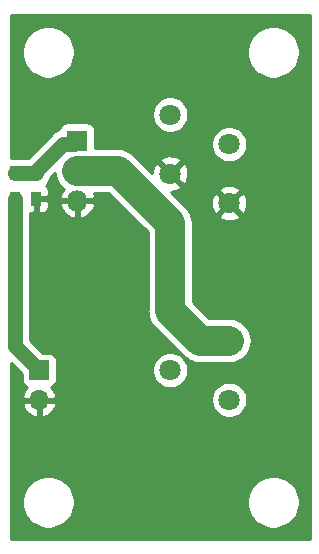
<source format=gbr>
G04 #@! TF.GenerationSoftware,KiCad,Pcbnew,(5.1.4)-1*
G04 #@! TF.CreationDate,2019-12-31T17:22:25-06:00*
G04 #@! TF.ProjectId,cutdown_power,63757464-6f77-46e5-9f70-6f7765722e6b,rev?*
G04 #@! TF.SameCoordinates,Original*
G04 #@! TF.FileFunction,Copper,L1,Top*
G04 #@! TF.FilePolarity,Positive*
%FSLAX46Y46*%
G04 Gerber Fmt 4.6, Leading zero omitted, Abs format (unit mm)*
G04 Created by KiCad (PCBNEW (5.1.4)-1) date 2019-12-31 17:22:25*
%MOMM*%
%LPD*%
G04 APERTURE LIST*
%ADD10O,1.700000X1.700000*%
%ADD11R,1.700000X1.700000*%
%ADD12C,1.800000*%
%ADD13O,1.800000X1.800000*%
%ADD14R,1.800000X1.800000*%
%ADD15R,0.900000X1.200000*%
%ADD16C,1.270000*%
%ADD17C,2.540000*%
%ADD18C,0.254000*%
G04 APERTURE END LIST*
D10*
X159258000Y-120904000D03*
D11*
X159258000Y-118364000D03*
D12*
X175347000Y-120864000D03*
X170347000Y-118364000D03*
X175347000Y-115864000D03*
X170347000Y-113364000D03*
D13*
X162478999Y-104013000D03*
X162478999Y-101473000D03*
D14*
X162478999Y-98933000D03*
D15*
X157226000Y-103843000D03*
X157226000Y-101643000D03*
X159004000Y-101643000D03*
X159004000Y-103843000D03*
D12*
X175347000Y-104227000D03*
X170347000Y-101727000D03*
X175347000Y-99227000D03*
X170347000Y-96727000D03*
D16*
X157226000Y-116332000D02*
X159258000Y-118364000D01*
X157226000Y-103843000D02*
X157226000Y-116332000D01*
D17*
X172847000Y-115864000D02*
X170347000Y-113364000D01*
X175347000Y-115864000D02*
X172847000Y-115864000D01*
X165916153Y-101473000D02*
X162478999Y-101473000D01*
X170347000Y-113364000D02*
X170347000Y-105903847D01*
X170347000Y-105903847D02*
X165916153Y-101473000D01*
D16*
X157226000Y-101643000D02*
X159004000Y-101643000D01*
X159004000Y-101493000D02*
X161290000Y-99207000D01*
X159004000Y-101643000D02*
X159004000Y-101493000D01*
X162204999Y-99207000D02*
X162478999Y-98933000D01*
X161290000Y-99207000D02*
X162204999Y-99207000D01*
D18*
G36*
X182220001Y-132690000D02*
G01*
X156870000Y-132690000D01*
X156870000Y-129319872D01*
X157785000Y-129319872D01*
X157785000Y-129760128D01*
X157870890Y-130191925D01*
X158039369Y-130598669D01*
X158283962Y-130964729D01*
X158595271Y-131276038D01*
X158961331Y-131520631D01*
X159368075Y-131689110D01*
X159799872Y-131775000D01*
X160240128Y-131775000D01*
X160671925Y-131689110D01*
X161078669Y-131520631D01*
X161444729Y-131276038D01*
X161756038Y-130964729D01*
X162000631Y-130598669D01*
X162169110Y-130191925D01*
X162255000Y-129760128D01*
X162255000Y-129319872D01*
X176835000Y-129319872D01*
X176835000Y-129760128D01*
X176920890Y-130191925D01*
X177089369Y-130598669D01*
X177333962Y-130964729D01*
X177645271Y-131276038D01*
X178011331Y-131520631D01*
X178418075Y-131689110D01*
X178849872Y-131775000D01*
X179290128Y-131775000D01*
X179721925Y-131689110D01*
X180128669Y-131520631D01*
X180494729Y-131276038D01*
X180806038Y-130964729D01*
X181050631Y-130598669D01*
X181219110Y-130191925D01*
X181305000Y-129760128D01*
X181305000Y-129319872D01*
X181219110Y-128888075D01*
X181050631Y-128481331D01*
X180806038Y-128115271D01*
X180494729Y-127803962D01*
X180128669Y-127559369D01*
X179721925Y-127390890D01*
X179290128Y-127305000D01*
X178849872Y-127305000D01*
X178418075Y-127390890D01*
X178011331Y-127559369D01*
X177645271Y-127803962D01*
X177333962Y-128115271D01*
X177089369Y-128481331D01*
X176920890Y-128888075D01*
X176835000Y-129319872D01*
X162255000Y-129319872D01*
X162169110Y-128888075D01*
X162000631Y-128481331D01*
X161756038Y-128115271D01*
X161444729Y-127803962D01*
X161078669Y-127559369D01*
X160671925Y-127390890D01*
X160240128Y-127305000D01*
X159799872Y-127305000D01*
X159368075Y-127390890D01*
X158961331Y-127559369D01*
X158595271Y-127803962D01*
X158283962Y-128115271D01*
X158039369Y-128481331D01*
X157870890Y-128888075D01*
X157785000Y-129319872D01*
X156870000Y-129319872D01*
X156870000Y-121260890D01*
X157816524Y-121260890D01*
X157861175Y-121408099D01*
X157986359Y-121670920D01*
X158160412Y-121904269D01*
X158376645Y-122099178D01*
X158626748Y-122248157D01*
X158901109Y-122345481D01*
X159131000Y-122224814D01*
X159131000Y-121031000D01*
X159385000Y-121031000D01*
X159385000Y-122224814D01*
X159614891Y-122345481D01*
X159889252Y-122248157D01*
X160139355Y-122099178D01*
X160355588Y-121904269D01*
X160529641Y-121670920D01*
X160654825Y-121408099D01*
X160699476Y-121260890D01*
X160578155Y-121031000D01*
X159385000Y-121031000D01*
X159131000Y-121031000D01*
X157937845Y-121031000D01*
X157816524Y-121260890D01*
X156870000Y-121260890D01*
X156870000Y-117772050D01*
X157769928Y-118671979D01*
X157769928Y-119214000D01*
X157782188Y-119338482D01*
X157818498Y-119458180D01*
X157877463Y-119568494D01*
X157956815Y-119665185D01*
X158053506Y-119744537D01*
X158163820Y-119803502D01*
X158244466Y-119827966D01*
X158160412Y-119903731D01*
X157986359Y-120137080D01*
X157861175Y-120399901D01*
X157816524Y-120547110D01*
X157937845Y-120777000D01*
X159131000Y-120777000D01*
X159131000Y-120757000D01*
X159385000Y-120757000D01*
X159385000Y-120777000D01*
X160578155Y-120777000D01*
X160612027Y-120712816D01*
X173812000Y-120712816D01*
X173812000Y-121015184D01*
X173870989Y-121311743D01*
X173986701Y-121591095D01*
X174154688Y-121842505D01*
X174368495Y-122056312D01*
X174619905Y-122224299D01*
X174899257Y-122340011D01*
X175195816Y-122399000D01*
X175498184Y-122399000D01*
X175794743Y-122340011D01*
X176074095Y-122224299D01*
X176325505Y-122056312D01*
X176539312Y-121842505D01*
X176707299Y-121591095D01*
X176823011Y-121311743D01*
X176882000Y-121015184D01*
X176882000Y-120712816D01*
X176823011Y-120416257D01*
X176707299Y-120136905D01*
X176539312Y-119885495D01*
X176325505Y-119671688D01*
X176074095Y-119503701D01*
X175794743Y-119387989D01*
X175498184Y-119329000D01*
X175195816Y-119329000D01*
X174899257Y-119387989D01*
X174619905Y-119503701D01*
X174368495Y-119671688D01*
X174154688Y-119885495D01*
X173986701Y-120136905D01*
X173870989Y-120416257D01*
X173812000Y-120712816D01*
X160612027Y-120712816D01*
X160699476Y-120547110D01*
X160654825Y-120399901D01*
X160529641Y-120137080D01*
X160355588Y-119903731D01*
X160271534Y-119827966D01*
X160352180Y-119803502D01*
X160462494Y-119744537D01*
X160559185Y-119665185D01*
X160638537Y-119568494D01*
X160697502Y-119458180D01*
X160733812Y-119338482D01*
X160746072Y-119214000D01*
X160746072Y-118212816D01*
X168812000Y-118212816D01*
X168812000Y-118515184D01*
X168870989Y-118811743D01*
X168986701Y-119091095D01*
X169154688Y-119342505D01*
X169368495Y-119556312D01*
X169619905Y-119724299D01*
X169899257Y-119840011D01*
X170195816Y-119899000D01*
X170498184Y-119899000D01*
X170794743Y-119840011D01*
X171074095Y-119724299D01*
X171325505Y-119556312D01*
X171539312Y-119342505D01*
X171707299Y-119091095D01*
X171823011Y-118811743D01*
X171882000Y-118515184D01*
X171882000Y-118212816D01*
X171823011Y-117916257D01*
X171707299Y-117636905D01*
X171539312Y-117385495D01*
X171325505Y-117171688D01*
X171074095Y-117003701D01*
X170794743Y-116887989D01*
X170498184Y-116829000D01*
X170195816Y-116829000D01*
X169899257Y-116887989D01*
X169619905Y-117003701D01*
X169368495Y-117171688D01*
X169154688Y-117385495D01*
X168986701Y-117636905D01*
X168870989Y-117916257D01*
X168812000Y-118212816D01*
X160746072Y-118212816D01*
X160746072Y-117514000D01*
X160733812Y-117389518D01*
X160697502Y-117269820D01*
X160638537Y-117159506D01*
X160559185Y-117062815D01*
X160462494Y-116983463D01*
X160352180Y-116924498D01*
X160232482Y-116888188D01*
X160108000Y-116875928D01*
X159565979Y-116875928D01*
X158496000Y-115805950D01*
X158496000Y-105075360D01*
X158554000Y-105081072D01*
X158718250Y-105078000D01*
X158877000Y-104919250D01*
X158877000Y-103970000D01*
X159131000Y-103970000D01*
X159131000Y-104919250D01*
X159289750Y-105078000D01*
X159454000Y-105081072D01*
X159578482Y-105068812D01*
X159698180Y-105032502D01*
X159808494Y-104973537D01*
X159905185Y-104894185D01*
X159984537Y-104797494D01*
X160043502Y-104687180D01*
X160079812Y-104567482D01*
X160092072Y-104443000D01*
X160091435Y-104377741D01*
X160987958Y-104377741D01*
X161087765Y-104661620D01*
X161241037Y-104920573D01*
X161441883Y-105144649D01*
X161682585Y-105325236D01*
X161953892Y-105455394D01*
X162114259Y-105504036D01*
X162351999Y-105383378D01*
X162351999Y-104140000D01*
X162605999Y-104140000D01*
X162605999Y-105383378D01*
X162843739Y-105504036D01*
X163004106Y-105455394D01*
X163275413Y-105325236D01*
X163516115Y-105144649D01*
X163716961Y-104920573D01*
X163870233Y-104661620D01*
X163970040Y-104377741D01*
X163849991Y-104140000D01*
X162605999Y-104140000D01*
X162351999Y-104140000D01*
X161108007Y-104140000D01*
X160987958Y-104377741D01*
X160091435Y-104377741D01*
X160089000Y-104128750D01*
X159930250Y-103970000D01*
X159131000Y-103970000D01*
X158877000Y-103970000D01*
X158857000Y-103970000D01*
X158857000Y-103716000D01*
X158877000Y-103716000D01*
X158877000Y-103696000D01*
X159131000Y-103696000D01*
X159131000Y-103716000D01*
X159930250Y-103716000D01*
X160089000Y-103557250D01*
X160092072Y-103243000D01*
X160079812Y-103118518D01*
X160043502Y-102998820D01*
X159984537Y-102888506D01*
X159905185Y-102791815D01*
X159845704Y-102743000D01*
X159905185Y-102694185D01*
X159984537Y-102597494D01*
X160043502Y-102487180D01*
X160079812Y-102367482D01*
X160085011Y-102314689D01*
X160183003Y-102131359D01*
X160192283Y-102100767D01*
X160587669Y-101705381D01*
X160601563Y-101846445D01*
X160710493Y-102205539D01*
X160887386Y-102536482D01*
X161125443Y-102826556D01*
X161336065Y-102999408D01*
X161241037Y-103105427D01*
X161087765Y-103364380D01*
X160987958Y-103648259D01*
X161108007Y-103886000D01*
X162351999Y-103886000D01*
X162351999Y-103866000D01*
X162605999Y-103866000D01*
X162605999Y-103886000D01*
X163849991Y-103886000D01*
X163970040Y-103648259D01*
X163875022Y-103378000D01*
X165127078Y-103378000D01*
X168442001Y-106692924D01*
X168442000Y-113270420D01*
X168432783Y-113364000D01*
X168442000Y-113457580D01*
X168442000Y-113457581D01*
X168469564Y-113737444D01*
X168578494Y-114096538D01*
X168755387Y-114427482D01*
X168993444Y-114717556D01*
X169066145Y-114777220D01*
X171433784Y-117144860D01*
X171493444Y-117217556D01*
X171685319Y-117375023D01*
X171783517Y-117455613D01*
X171885424Y-117510083D01*
X172114461Y-117632506D01*
X172473555Y-117741436D01*
X172753418Y-117769000D01*
X172753420Y-117769000D01*
X172847000Y-117778217D01*
X172940580Y-117769000D01*
X175440582Y-117769000D01*
X175720445Y-117741436D01*
X176079539Y-117632506D01*
X176410482Y-117455613D01*
X176700556Y-117217556D01*
X176938613Y-116927482D01*
X177115506Y-116596539D01*
X177224436Y-116237445D01*
X177261217Y-115864000D01*
X177224436Y-115490555D01*
X177115506Y-115131461D01*
X176938613Y-114800518D01*
X176700556Y-114510444D01*
X176410482Y-114272387D01*
X176079539Y-114095494D01*
X175720445Y-113986564D01*
X175440582Y-113959000D01*
X173636076Y-113959000D01*
X172252000Y-112574925D01*
X172252000Y-105997427D01*
X172261217Y-105903847D01*
X172247836Y-105767991D01*
X172224436Y-105530402D01*
X172151839Y-105291080D01*
X174462525Y-105291080D01*
X174546208Y-105545261D01*
X174818775Y-105676158D01*
X175111642Y-105751365D01*
X175413553Y-105767991D01*
X175712907Y-105725397D01*
X175998199Y-105625222D01*
X176147792Y-105545261D01*
X176231475Y-105291080D01*
X175347000Y-104406605D01*
X174462525Y-105291080D01*
X172151839Y-105291080D01*
X172115506Y-105171308D01*
X171980778Y-104919250D01*
X171938613Y-104840364D01*
X171858023Y-104742166D01*
X171700556Y-104550291D01*
X171627860Y-104490631D01*
X171430782Y-104293553D01*
X173806009Y-104293553D01*
X173848603Y-104592907D01*
X173948778Y-104878199D01*
X174028739Y-105027792D01*
X174282920Y-105111475D01*
X175167395Y-104227000D01*
X175526605Y-104227000D01*
X176411080Y-105111475D01*
X176665261Y-105027792D01*
X176796158Y-104755225D01*
X176871365Y-104462358D01*
X176887991Y-104160447D01*
X176845397Y-103861093D01*
X176745222Y-103575801D01*
X176665261Y-103426208D01*
X176411080Y-103342525D01*
X175526605Y-104227000D01*
X175167395Y-104227000D01*
X174282920Y-103342525D01*
X174028739Y-103426208D01*
X173897842Y-103698775D01*
X173822635Y-103991642D01*
X173806009Y-104293553D01*
X171430782Y-104293553D01*
X170404734Y-103267505D01*
X170413553Y-103267991D01*
X170712907Y-103225397D01*
X170890837Y-103162920D01*
X174462525Y-103162920D01*
X175347000Y-104047395D01*
X176231475Y-103162920D01*
X176147792Y-102908739D01*
X175875225Y-102777842D01*
X175582358Y-102702635D01*
X175280447Y-102686009D01*
X174981093Y-102728603D01*
X174695801Y-102828778D01*
X174546208Y-102908739D01*
X174462525Y-103162920D01*
X170890837Y-103162920D01*
X170998199Y-103125222D01*
X171147792Y-103045261D01*
X171231475Y-102791080D01*
X170347000Y-101906605D01*
X170332858Y-101920748D01*
X170153253Y-101741143D01*
X170167395Y-101727000D01*
X170526605Y-101727000D01*
X171411080Y-102611475D01*
X171665261Y-102527792D01*
X171796158Y-102255225D01*
X171871365Y-101962358D01*
X171887991Y-101660447D01*
X171845397Y-101361093D01*
X171745222Y-101075801D01*
X171665261Y-100926208D01*
X171411080Y-100842525D01*
X170526605Y-101727000D01*
X170167395Y-101727000D01*
X169282920Y-100842525D01*
X169028739Y-100926208D01*
X168897842Y-101198775D01*
X168822635Y-101491642D01*
X168812521Y-101675293D01*
X167800148Y-100662920D01*
X169462525Y-100662920D01*
X170347000Y-101547395D01*
X171231475Y-100662920D01*
X171147792Y-100408739D01*
X170875225Y-100277842D01*
X170582358Y-100202635D01*
X170280447Y-100186009D01*
X169981093Y-100228603D01*
X169695801Y-100328778D01*
X169546208Y-100408739D01*
X169462525Y-100662920D01*
X167800148Y-100662920D01*
X167329373Y-100192145D01*
X167269709Y-100119444D01*
X166979635Y-99881387D01*
X166648692Y-99704494D01*
X166289598Y-99595564D01*
X166009735Y-99568000D01*
X166009733Y-99568000D01*
X165916153Y-99558783D01*
X165822573Y-99568000D01*
X164017071Y-99568000D01*
X164017071Y-99075816D01*
X173812000Y-99075816D01*
X173812000Y-99378184D01*
X173870989Y-99674743D01*
X173986701Y-99954095D01*
X174154688Y-100205505D01*
X174368495Y-100419312D01*
X174619905Y-100587299D01*
X174899257Y-100703011D01*
X175195816Y-100762000D01*
X175498184Y-100762000D01*
X175794743Y-100703011D01*
X176074095Y-100587299D01*
X176325505Y-100419312D01*
X176539312Y-100205505D01*
X176707299Y-99954095D01*
X176823011Y-99674743D01*
X176882000Y-99378184D01*
X176882000Y-99075816D01*
X176823011Y-98779257D01*
X176707299Y-98499905D01*
X176539312Y-98248495D01*
X176325505Y-98034688D01*
X176074095Y-97866701D01*
X175794743Y-97750989D01*
X175498184Y-97692000D01*
X175195816Y-97692000D01*
X174899257Y-97750989D01*
X174619905Y-97866701D01*
X174368495Y-98034688D01*
X174154688Y-98248495D01*
X173986701Y-98499905D01*
X173870989Y-98779257D01*
X173812000Y-99075816D01*
X164017071Y-99075816D01*
X164017071Y-98033000D01*
X164004811Y-97908518D01*
X163968501Y-97788820D01*
X163909536Y-97678506D01*
X163830184Y-97581815D01*
X163733493Y-97502463D01*
X163623179Y-97443498D01*
X163503481Y-97407188D01*
X163378999Y-97394928D01*
X161578999Y-97394928D01*
X161454517Y-97407188D01*
X161334819Y-97443498D01*
X161224505Y-97502463D01*
X161127814Y-97581815D01*
X161048462Y-97678506D01*
X160989497Y-97788820D01*
X160953187Y-97908518D01*
X160945724Y-97984290D01*
X160801641Y-98027997D01*
X160581012Y-98145925D01*
X160387630Y-98304630D01*
X160347865Y-98353084D01*
X158327950Y-100373000D01*
X157163620Y-100373000D01*
X156977037Y-100391377D01*
X156932365Y-100404928D01*
X156870000Y-100404928D01*
X156870000Y-96575816D01*
X168812000Y-96575816D01*
X168812000Y-96878184D01*
X168870989Y-97174743D01*
X168986701Y-97454095D01*
X169154688Y-97705505D01*
X169368495Y-97919312D01*
X169619905Y-98087299D01*
X169899257Y-98203011D01*
X170195816Y-98262000D01*
X170498184Y-98262000D01*
X170794743Y-98203011D01*
X171074095Y-98087299D01*
X171325505Y-97919312D01*
X171539312Y-97705505D01*
X171707299Y-97454095D01*
X171823011Y-97174743D01*
X171882000Y-96878184D01*
X171882000Y-96575816D01*
X171823011Y-96279257D01*
X171707299Y-95999905D01*
X171539312Y-95748495D01*
X171325505Y-95534688D01*
X171074095Y-95366701D01*
X170794743Y-95250989D01*
X170498184Y-95192000D01*
X170195816Y-95192000D01*
X169899257Y-95250989D01*
X169619905Y-95366701D01*
X169368495Y-95534688D01*
X169154688Y-95748495D01*
X168986701Y-95999905D01*
X168870989Y-96279257D01*
X168812000Y-96575816D01*
X156870000Y-96575816D01*
X156870000Y-91219872D01*
X157785000Y-91219872D01*
X157785000Y-91660128D01*
X157870890Y-92091925D01*
X158039369Y-92498669D01*
X158283962Y-92864729D01*
X158595271Y-93176038D01*
X158961331Y-93420631D01*
X159368075Y-93589110D01*
X159799872Y-93675000D01*
X160240128Y-93675000D01*
X160671925Y-93589110D01*
X161078669Y-93420631D01*
X161444729Y-93176038D01*
X161756038Y-92864729D01*
X162000631Y-92498669D01*
X162169110Y-92091925D01*
X162255000Y-91660128D01*
X162255000Y-91219872D01*
X176835000Y-91219872D01*
X176835000Y-91660128D01*
X176920890Y-92091925D01*
X177089369Y-92498669D01*
X177333962Y-92864729D01*
X177645271Y-93176038D01*
X178011331Y-93420631D01*
X178418075Y-93589110D01*
X178849872Y-93675000D01*
X179290128Y-93675000D01*
X179721925Y-93589110D01*
X180128669Y-93420631D01*
X180494729Y-93176038D01*
X180806038Y-92864729D01*
X181050631Y-92498669D01*
X181219110Y-92091925D01*
X181305000Y-91660128D01*
X181305000Y-91219872D01*
X181219110Y-90788075D01*
X181050631Y-90381331D01*
X180806038Y-90015271D01*
X180494729Y-89703962D01*
X180128669Y-89459369D01*
X179721925Y-89290890D01*
X179290128Y-89205000D01*
X178849872Y-89205000D01*
X178418075Y-89290890D01*
X178011331Y-89459369D01*
X177645271Y-89703962D01*
X177333962Y-90015271D01*
X177089369Y-90381331D01*
X176920890Y-90788075D01*
X176835000Y-91219872D01*
X162255000Y-91219872D01*
X162169110Y-90788075D01*
X162000631Y-90381331D01*
X161756038Y-90015271D01*
X161444729Y-89703962D01*
X161078669Y-89459369D01*
X160671925Y-89290890D01*
X160240128Y-89205000D01*
X159799872Y-89205000D01*
X159368075Y-89290890D01*
X158961331Y-89459369D01*
X158595271Y-89703962D01*
X158283962Y-90015271D01*
X158039369Y-90381331D01*
X157870890Y-90788075D01*
X157785000Y-91219872D01*
X156870000Y-91219872D01*
X156870000Y-88290000D01*
X182220000Y-88290000D01*
X182220001Y-132690000D01*
X182220001Y-132690000D01*
G37*
X182220001Y-132690000D02*
X156870000Y-132690000D01*
X156870000Y-129319872D01*
X157785000Y-129319872D01*
X157785000Y-129760128D01*
X157870890Y-130191925D01*
X158039369Y-130598669D01*
X158283962Y-130964729D01*
X158595271Y-131276038D01*
X158961331Y-131520631D01*
X159368075Y-131689110D01*
X159799872Y-131775000D01*
X160240128Y-131775000D01*
X160671925Y-131689110D01*
X161078669Y-131520631D01*
X161444729Y-131276038D01*
X161756038Y-130964729D01*
X162000631Y-130598669D01*
X162169110Y-130191925D01*
X162255000Y-129760128D01*
X162255000Y-129319872D01*
X176835000Y-129319872D01*
X176835000Y-129760128D01*
X176920890Y-130191925D01*
X177089369Y-130598669D01*
X177333962Y-130964729D01*
X177645271Y-131276038D01*
X178011331Y-131520631D01*
X178418075Y-131689110D01*
X178849872Y-131775000D01*
X179290128Y-131775000D01*
X179721925Y-131689110D01*
X180128669Y-131520631D01*
X180494729Y-131276038D01*
X180806038Y-130964729D01*
X181050631Y-130598669D01*
X181219110Y-130191925D01*
X181305000Y-129760128D01*
X181305000Y-129319872D01*
X181219110Y-128888075D01*
X181050631Y-128481331D01*
X180806038Y-128115271D01*
X180494729Y-127803962D01*
X180128669Y-127559369D01*
X179721925Y-127390890D01*
X179290128Y-127305000D01*
X178849872Y-127305000D01*
X178418075Y-127390890D01*
X178011331Y-127559369D01*
X177645271Y-127803962D01*
X177333962Y-128115271D01*
X177089369Y-128481331D01*
X176920890Y-128888075D01*
X176835000Y-129319872D01*
X162255000Y-129319872D01*
X162169110Y-128888075D01*
X162000631Y-128481331D01*
X161756038Y-128115271D01*
X161444729Y-127803962D01*
X161078669Y-127559369D01*
X160671925Y-127390890D01*
X160240128Y-127305000D01*
X159799872Y-127305000D01*
X159368075Y-127390890D01*
X158961331Y-127559369D01*
X158595271Y-127803962D01*
X158283962Y-128115271D01*
X158039369Y-128481331D01*
X157870890Y-128888075D01*
X157785000Y-129319872D01*
X156870000Y-129319872D01*
X156870000Y-121260890D01*
X157816524Y-121260890D01*
X157861175Y-121408099D01*
X157986359Y-121670920D01*
X158160412Y-121904269D01*
X158376645Y-122099178D01*
X158626748Y-122248157D01*
X158901109Y-122345481D01*
X159131000Y-122224814D01*
X159131000Y-121031000D01*
X159385000Y-121031000D01*
X159385000Y-122224814D01*
X159614891Y-122345481D01*
X159889252Y-122248157D01*
X160139355Y-122099178D01*
X160355588Y-121904269D01*
X160529641Y-121670920D01*
X160654825Y-121408099D01*
X160699476Y-121260890D01*
X160578155Y-121031000D01*
X159385000Y-121031000D01*
X159131000Y-121031000D01*
X157937845Y-121031000D01*
X157816524Y-121260890D01*
X156870000Y-121260890D01*
X156870000Y-117772050D01*
X157769928Y-118671979D01*
X157769928Y-119214000D01*
X157782188Y-119338482D01*
X157818498Y-119458180D01*
X157877463Y-119568494D01*
X157956815Y-119665185D01*
X158053506Y-119744537D01*
X158163820Y-119803502D01*
X158244466Y-119827966D01*
X158160412Y-119903731D01*
X157986359Y-120137080D01*
X157861175Y-120399901D01*
X157816524Y-120547110D01*
X157937845Y-120777000D01*
X159131000Y-120777000D01*
X159131000Y-120757000D01*
X159385000Y-120757000D01*
X159385000Y-120777000D01*
X160578155Y-120777000D01*
X160612027Y-120712816D01*
X173812000Y-120712816D01*
X173812000Y-121015184D01*
X173870989Y-121311743D01*
X173986701Y-121591095D01*
X174154688Y-121842505D01*
X174368495Y-122056312D01*
X174619905Y-122224299D01*
X174899257Y-122340011D01*
X175195816Y-122399000D01*
X175498184Y-122399000D01*
X175794743Y-122340011D01*
X176074095Y-122224299D01*
X176325505Y-122056312D01*
X176539312Y-121842505D01*
X176707299Y-121591095D01*
X176823011Y-121311743D01*
X176882000Y-121015184D01*
X176882000Y-120712816D01*
X176823011Y-120416257D01*
X176707299Y-120136905D01*
X176539312Y-119885495D01*
X176325505Y-119671688D01*
X176074095Y-119503701D01*
X175794743Y-119387989D01*
X175498184Y-119329000D01*
X175195816Y-119329000D01*
X174899257Y-119387989D01*
X174619905Y-119503701D01*
X174368495Y-119671688D01*
X174154688Y-119885495D01*
X173986701Y-120136905D01*
X173870989Y-120416257D01*
X173812000Y-120712816D01*
X160612027Y-120712816D01*
X160699476Y-120547110D01*
X160654825Y-120399901D01*
X160529641Y-120137080D01*
X160355588Y-119903731D01*
X160271534Y-119827966D01*
X160352180Y-119803502D01*
X160462494Y-119744537D01*
X160559185Y-119665185D01*
X160638537Y-119568494D01*
X160697502Y-119458180D01*
X160733812Y-119338482D01*
X160746072Y-119214000D01*
X160746072Y-118212816D01*
X168812000Y-118212816D01*
X168812000Y-118515184D01*
X168870989Y-118811743D01*
X168986701Y-119091095D01*
X169154688Y-119342505D01*
X169368495Y-119556312D01*
X169619905Y-119724299D01*
X169899257Y-119840011D01*
X170195816Y-119899000D01*
X170498184Y-119899000D01*
X170794743Y-119840011D01*
X171074095Y-119724299D01*
X171325505Y-119556312D01*
X171539312Y-119342505D01*
X171707299Y-119091095D01*
X171823011Y-118811743D01*
X171882000Y-118515184D01*
X171882000Y-118212816D01*
X171823011Y-117916257D01*
X171707299Y-117636905D01*
X171539312Y-117385495D01*
X171325505Y-117171688D01*
X171074095Y-117003701D01*
X170794743Y-116887989D01*
X170498184Y-116829000D01*
X170195816Y-116829000D01*
X169899257Y-116887989D01*
X169619905Y-117003701D01*
X169368495Y-117171688D01*
X169154688Y-117385495D01*
X168986701Y-117636905D01*
X168870989Y-117916257D01*
X168812000Y-118212816D01*
X160746072Y-118212816D01*
X160746072Y-117514000D01*
X160733812Y-117389518D01*
X160697502Y-117269820D01*
X160638537Y-117159506D01*
X160559185Y-117062815D01*
X160462494Y-116983463D01*
X160352180Y-116924498D01*
X160232482Y-116888188D01*
X160108000Y-116875928D01*
X159565979Y-116875928D01*
X158496000Y-115805950D01*
X158496000Y-105075360D01*
X158554000Y-105081072D01*
X158718250Y-105078000D01*
X158877000Y-104919250D01*
X158877000Y-103970000D01*
X159131000Y-103970000D01*
X159131000Y-104919250D01*
X159289750Y-105078000D01*
X159454000Y-105081072D01*
X159578482Y-105068812D01*
X159698180Y-105032502D01*
X159808494Y-104973537D01*
X159905185Y-104894185D01*
X159984537Y-104797494D01*
X160043502Y-104687180D01*
X160079812Y-104567482D01*
X160092072Y-104443000D01*
X160091435Y-104377741D01*
X160987958Y-104377741D01*
X161087765Y-104661620D01*
X161241037Y-104920573D01*
X161441883Y-105144649D01*
X161682585Y-105325236D01*
X161953892Y-105455394D01*
X162114259Y-105504036D01*
X162351999Y-105383378D01*
X162351999Y-104140000D01*
X162605999Y-104140000D01*
X162605999Y-105383378D01*
X162843739Y-105504036D01*
X163004106Y-105455394D01*
X163275413Y-105325236D01*
X163516115Y-105144649D01*
X163716961Y-104920573D01*
X163870233Y-104661620D01*
X163970040Y-104377741D01*
X163849991Y-104140000D01*
X162605999Y-104140000D01*
X162351999Y-104140000D01*
X161108007Y-104140000D01*
X160987958Y-104377741D01*
X160091435Y-104377741D01*
X160089000Y-104128750D01*
X159930250Y-103970000D01*
X159131000Y-103970000D01*
X158877000Y-103970000D01*
X158857000Y-103970000D01*
X158857000Y-103716000D01*
X158877000Y-103716000D01*
X158877000Y-103696000D01*
X159131000Y-103696000D01*
X159131000Y-103716000D01*
X159930250Y-103716000D01*
X160089000Y-103557250D01*
X160092072Y-103243000D01*
X160079812Y-103118518D01*
X160043502Y-102998820D01*
X159984537Y-102888506D01*
X159905185Y-102791815D01*
X159845704Y-102743000D01*
X159905185Y-102694185D01*
X159984537Y-102597494D01*
X160043502Y-102487180D01*
X160079812Y-102367482D01*
X160085011Y-102314689D01*
X160183003Y-102131359D01*
X160192283Y-102100767D01*
X160587669Y-101705381D01*
X160601563Y-101846445D01*
X160710493Y-102205539D01*
X160887386Y-102536482D01*
X161125443Y-102826556D01*
X161336065Y-102999408D01*
X161241037Y-103105427D01*
X161087765Y-103364380D01*
X160987958Y-103648259D01*
X161108007Y-103886000D01*
X162351999Y-103886000D01*
X162351999Y-103866000D01*
X162605999Y-103866000D01*
X162605999Y-103886000D01*
X163849991Y-103886000D01*
X163970040Y-103648259D01*
X163875022Y-103378000D01*
X165127078Y-103378000D01*
X168442001Y-106692924D01*
X168442000Y-113270420D01*
X168432783Y-113364000D01*
X168442000Y-113457580D01*
X168442000Y-113457581D01*
X168469564Y-113737444D01*
X168578494Y-114096538D01*
X168755387Y-114427482D01*
X168993444Y-114717556D01*
X169066145Y-114777220D01*
X171433784Y-117144860D01*
X171493444Y-117217556D01*
X171685319Y-117375023D01*
X171783517Y-117455613D01*
X171885424Y-117510083D01*
X172114461Y-117632506D01*
X172473555Y-117741436D01*
X172753418Y-117769000D01*
X172753420Y-117769000D01*
X172847000Y-117778217D01*
X172940580Y-117769000D01*
X175440582Y-117769000D01*
X175720445Y-117741436D01*
X176079539Y-117632506D01*
X176410482Y-117455613D01*
X176700556Y-117217556D01*
X176938613Y-116927482D01*
X177115506Y-116596539D01*
X177224436Y-116237445D01*
X177261217Y-115864000D01*
X177224436Y-115490555D01*
X177115506Y-115131461D01*
X176938613Y-114800518D01*
X176700556Y-114510444D01*
X176410482Y-114272387D01*
X176079539Y-114095494D01*
X175720445Y-113986564D01*
X175440582Y-113959000D01*
X173636076Y-113959000D01*
X172252000Y-112574925D01*
X172252000Y-105997427D01*
X172261217Y-105903847D01*
X172247836Y-105767991D01*
X172224436Y-105530402D01*
X172151839Y-105291080D01*
X174462525Y-105291080D01*
X174546208Y-105545261D01*
X174818775Y-105676158D01*
X175111642Y-105751365D01*
X175413553Y-105767991D01*
X175712907Y-105725397D01*
X175998199Y-105625222D01*
X176147792Y-105545261D01*
X176231475Y-105291080D01*
X175347000Y-104406605D01*
X174462525Y-105291080D01*
X172151839Y-105291080D01*
X172115506Y-105171308D01*
X171980778Y-104919250D01*
X171938613Y-104840364D01*
X171858023Y-104742166D01*
X171700556Y-104550291D01*
X171627860Y-104490631D01*
X171430782Y-104293553D01*
X173806009Y-104293553D01*
X173848603Y-104592907D01*
X173948778Y-104878199D01*
X174028739Y-105027792D01*
X174282920Y-105111475D01*
X175167395Y-104227000D01*
X175526605Y-104227000D01*
X176411080Y-105111475D01*
X176665261Y-105027792D01*
X176796158Y-104755225D01*
X176871365Y-104462358D01*
X176887991Y-104160447D01*
X176845397Y-103861093D01*
X176745222Y-103575801D01*
X176665261Y-103426208D01*
X176411080Y-103342525D01*
X175526605Y-104227000D01*
X175167395Y-104227000D01*
X174282920Y-103342525D01*
X174028739Y-103426208D01*
X173897842Y-103698775D01*
X173822635Y-103991642D01*
X173806009Y-104293553D01*
X171430782Y-104293553D01*
X170404734Y-103267505D01*
X170413553Y-103267991D01*
X170712907Y-103225397D01*
X170890837Y-103162920D01*
X174462525Y-103162920D01*
X175347000Y-104047395D01*
X176231475Y-103162920D01*
X176147792Y-102908739D01*
X175875225Y-102777842D01*
X175582358Y-102702635D01*
X175280447Y-102686009D01*
X174981093Y-102728603D01*
X174695801Y-102828778D01*
X174546208Y-102908739D01*
X174462525Y-103162920D01*
X170890837Y-103162920D01*
X170998199Y-103125222D01*
X171147792Y-103045261D01*
X171231475Y-102791080D01*
X170347000Y-101906605D01*
X170332858Y-101920748D01*
X170153253Y-101741143D01*
X170167395Y-101727000D01*
X170526605Y-101727000D01*
X171411080Y-102611475D01*
X171665261Y-102527792D01*
X171796158Y-102255225D01*
X171871365Y-101962358D01*
X171887991Y-101660447D01*
X171845397Y-101361093D01*
X171745222Y-101075801D01*
X171665261Y-100926208D01*
X171411080Y-100842525D01*
X170526605Y-101727000D01*
X170167395Y-101727000D01*
X169282920Y-100842525D01*
X169028739Y-100926208D01*
X168897842Y-101198775D01*
X168822635Y-101491642D01*
X168812521Y-101675293D01*
X167800148Y-100662920D01*
X169462525Y-100662920D01*
X170347000Y-101547395D01*
X171231475Y-100662920D01*
X171147792Y-100408739D01*
X170875225Y-100277842D01*
X170582358Y-100202635D01*
X170280447Y-100186009D01*
X169981093Y-100228603D01*
X169695801Y-100328778D01*
X169546208Y-100408739D01*
X169462525Y-100662920D01*
X167800148Y-100662920D01*
X167329373Y-100192145D01*
X167269709Y-100119444D01*
X166979635Y-99881387D01*
X166648692Y-99704494D01*
X166289598Y-99595564D01*
X166009735Y-99568000D01*
X166009733Y-99568000D01*
X165916153Y-99558783D01*
X165822573Y-99568000D01*
X164017071Y-99568000D01*
X164017071Y-99075816D01*
X173812000Y-99075816D01*
X173812000Y-99378184D01*
X173870989Y-99674743D01*
X173986701Y-99954095D01*
X174154688Y-100205505D01*
X174368495Y-100419312D01*
X174619905Y-100587299D01*
X174899257Y-100703011D01*
X175195816Y-100762000D01*
X175498184Y-100762000D01*
X175794743Y-100703011D01*
X176074095Y-100587299D01*
X176325505Y-100419312D01*
X176539312Y-100205505D01*
X176707299Y-99954095D01*
X176823011Y-99674743D01*
X176882000Y-99378184D01*
X176882000Y-99075816D01*
X176823011Y-98779257D01*
X176707299Y-98499905D01*
X176539312Y-98248495D01*
X176325505Y-98034688D01*
X176074095Y-97866701D01*
X175794743Y-97750989D01*
X175498184Y-97692000D01*
X175195816Y-97692000D01*
X174899257Y-97750989D01*
X174619905Y-97866701D01*
X174368495Y-98034688D01*
X174154688Y-98248495D01*
X173986701Y-98499905D01*
X173870989Y-98779257D01*
X173812000Y-99075816D01*
X164017071Y-99075816D01*
X164017071Y-98033000D01*
X164004811Y-97908518D01*
X163968501Y-97788820D01*
X163909536Y-97678506D01*
X163830184Y-97581815D01*
X163733493Y-97502463D01*
X163623179Y-97443498D01*
X163503481Y-97407188D01*
X163378999Y-97394928D01*
X161578999Y-97394928D01*
X161454517Y-97407188D01*
X161334819Y-97443498D01*
X161224505Y-97502463D01*
X161127814Y-97581815D01*
X161048462Y-97678506D01*
X160989497Y-97788820D01*
X160953187Y-97908518D01*
X160945724Y-97984290D01*
X160801641Y-98027997D01*
X160581012Y-98145925D01*
X160387630Y-98304630D01*
X160347865Y-98353084D01*
X158327950Y-100373000D01*
X157163620Y-100373000D01*
X156977037Y-100391377D01*
X156932365Y-100404928D01*
X156870000Y-100404928D01*
X156870000Y-96575816D01*
X168812000Y-96575816D01*
X168812000Y-96878184D01*
X168870989Y-97174743D01*
X168986701Y-97454095D01*
X169154688Y-97705505D01*
X169368495Y-97919312D01*
X169619905Y-98087299D01*
X169899257Y-98203011D01*
X170195816Y-98262000D01*
X170498184Y-98262000D01*
X170794743Y-98203011D01*
X171074095Y-98087299D01*
X171325505Y-97919312D01*
X171539312Y-97705505D01*
X171707299Y-97454095D01*
X171823011Y-97174743D01*
X171882000Y-96878184D01*
X171882000Y-96575816D01*
X171823011Y-96279257D01*
X171707299Y-95999905D01*
X171539312Y-95748495D01*
X171325505Y-95534688D01*
X171074095Y-95366701D01*
X170794743Y-95250989D01*
X170498184Y-95192000D01*
X170195816Y-95192000D01*
X169899257Y-95250989D01*
X169619905Y-95366701D01*
X169368495Y-95534688D01*
X169154688Y-95748495D01*
X168986701Y-95999905D01*
X168870989Y-96279257D01*
X168812000Y-96575816D01*
X156870000Y-96575816D01*
X156870000Y-91219872D01*
X157785000Y-91219872D01*
X157785000Y-91660128D01*
X157870890Y-92091925D01*
X158039369Y-92498669D01*
X158283962Y-92864729D01*
X158595271Y-93176038D01*
X158961331Y-93420631D01*
X159368075Y-93589110D01*
X159799872Y-93675000D01*
X160240128Y-93675000D01*
X160671925Y-93589110D01*
X161078669Y-93420631D01*
X161444729Y-93176038D01*
X161756038Y-92864729D01*
X162000631Y-92498669D01*
X162169110Y-92091925D01*
X162255000Y-91660128D01*
X162255000Y-91219872D01*
X176835000Y-91219872D01*
X176835000Y-91660128D01*
X176920890Y-92091925D01*
X177089369Y-92498669D01*
X177333962Y-92864729D01*
X177645271Y-93176038D01*
X178011331Y-93420631D01*
X178418075Y-93589110D01*
X178849872Y-93675000D01*
X179290128Y-93675000D01*
X179721925Y-93589110D01*
X180128669Y-93420631D01*
X180494729Y-93176038D01*
X180806038Y-92864729D01*
X181050631Y-92498669D01*
X181219110Y-92091925D01*
X181305000Y-91660128D01*
X181305000Y-91219872D01*
X181219110Y-90788075D01*
X181050631Y-90381331D01*
X180806038Y-90015271D01*
X180494729Y-89703962D01*
X180128669Y-89459369D01*
X179721925Y-89290890D01*
X179290128Y-89205000D01*
X178849872Y-89205000D01*
X178418075Y-89290890D01*
X178011331Y-89459369D01*
X177645271Y-89703962D01*
X177333962Y-90015271D01*
X177089369Y-90381331D01*
X176920890Y-90788075D01*
X176835000Y-91219872D01*
X162255000Y-91219872D01*
X162169110Y-90788075D01*
X162000631Y-90381331D01*
X161756038Y-90015271D01*
X161444729Y-89703962D01*
X161078669Y-89459369D01*
X160671925Y-89290890D01*
X160240128Y-89205000D01*
X159799872Y-89205000D01*
X159368075Y-89290890D01*
X158961331Y-89459369D01*
X158595271Y-89703962D01*
X158283962Y-90015271D01*
X158039369Y-90381331D01*
X157870890Y-90788075D01*
X157785000Y-91219872D01*
X156870000Y-91219872D01*
X156870000Y-88290000D01*
X182220000Y-88290000D01*
X182220001Y-132690000D01*
M02*

</source>
